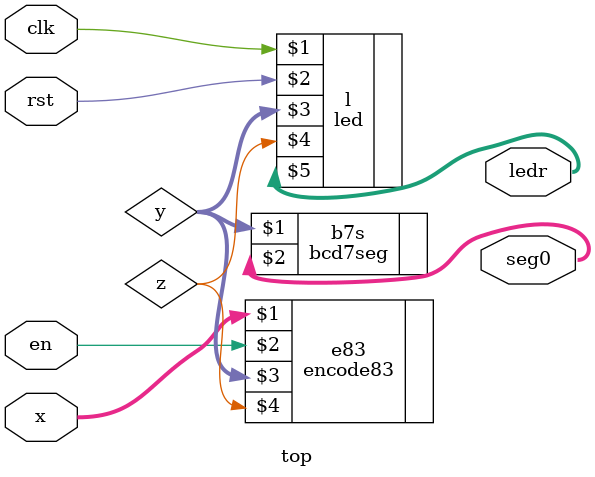
<source format=v>
module top(
    input clk,
    input rst,
    input [7:0] x,
    input en,
    output [3:0] ledr,
    output [6:0] seg0 
);
    reg [2:0] y;
    reg z;
    encode83 e83 (x, en, y, z);
    led l (clk, rst, y, z, ledr);
    bcd7seg b7s (y, seg0);
endmodule

</source>
